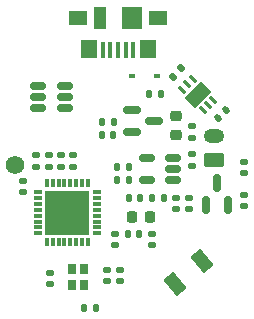
<source format=gts>
G04 #@! TF.GenerationSoftware,KiCad,Pcbnew,(6.0.1)*
G04 #@! TF.CreationDate,2023-01-15T15:55:40+01:00*
G04 #@! TF.ProjectId,ESP32-IoT-Board-ChipAnt,45535033-322d-4496-9f54-2d426f617264,rev?*
G04 #@! TF.SameCoordinates,Original*
G04 #@! TF.FileFunction,Soldermask,Top*
G04 #@! TF.FilePolarity,Negative*
%FSLAX46Y46*%
G04 Gerber Fmt 4.6, Leading zero omitted, Abs format (unit mm)*
G04 Created by KiCad (PCBNEW (6.0.1)) date 2023-01-15 15:55:40*
%MOMM*%
%LPD*%
G01*
G04 APERTURE LIST*
G04 Aperture macros list*
%AMRoundRect*
0 Rectangle with rounded corners*
0 $1 Rounding radius*
0 $2 $3 $4 $5 $6 $7 $8 $9 X,Y pos of 4 corners*
0 Add a 4 corners polygon primitive as box body*
4,1,4,$2,$3,$4,$5,$6,$7,$8,$9,$2,$3,0*
0 Add four circle primitives for the rounded corners*
1,1,$1+$1,$2,$3*
1,1,$1+$1,$4,$5*
1,1,$1+$1,$6,$7*
1,1,$1+$1,$8,$9*
0 Add four rect primitives between the rounded corners*
20,1,$1+$1,$2,$3,$4,$5,0*
20,1,$1+$1,$4,$5,$6,$7,0*
20,1,$1+$1,$6,$7,$8,$9,0*
20,1,$1+$1,$8,$9,$2,$3,0*%
%AMRotRect*
0 Rectangle, with rotation*
0 The origin of the aperture is its center*
0 $1 length*
0 $2 width*
0 $3 Rotation angle, in degrees counterclockwise*
0 Add horizontal line*
21,1,$1,$2,0,0,$3*%
G04 Aperture macros list end*
%ADD10RoundRect,0.135000X-0.135000X-0.185000X0.135000X-0.185000X0.135000X0.185000X-0.135000X0.185000X0*%
%ADD11RoundRect,0.135000X-0.185000X0.135000X-0.185000X-0.135000X0.185000X-0.135000X0.185000X0.135000X0*%
%ADD12RoundRect,0.140000X-0.170000X0.140000X-0.170000X-0.140000X0.170000X-0.140000X0.170000X0.140000X0*%
%ADD13RoundRect,0.140000X0.170000X-0.140000X0.170000X0.140000X-0.170000X0.140000X-0.170000X-0.140000X0*%
%ADD14RoundRect,0.150000X0.512500X0.150000X-0.512500X0.150000X-0.512500X-0.150000X0.512500X-0.150000X0*%
%ADD15RoundRect,0.140000X-0.140000X-0.170000X0.140000X-0.170000X0.140000X0.170000X-0.140000X0.170000X0*%
%ADD16RoundRect,0.218750X0.218750X0.256250X-0.218750X0.256250X-0.218750X-0.256250X0.218750X-0.256250X0*%
%ADD17RoundRect,0.135000X0.185000X-0.135000X0.185000X0.135000X-0.185000X0.135000X-0.185000X-0.135000X0*%
%ADD18RotRect,1.100000X1.800000X220.000000*%
%ADD19RoundRect,0.075000X0.265165X-0.159099X-0.159099X0.265165X-0.265165X0.159099X0.159099X-0.265165X0*%
%ADD20RotRect,1.300000X2.000000X135.000000*%
%ADD21RoundRect,0.218750X0.256250X-0.218750X0.256250X0.218750X-0.256250X0.218750X-0.256250X-0.218750X0*%
%ADD22R,0.800000X0.300000*%
%ADD23R,0.300000X0.800000*%
%ADD24R,3.750000X3.750000*%
%ADD25RoundRect,0.147500X0.147500X0.172500X-0.147500X0.172500X-0.147500X-0.172500X0.147500X-0.172500X0*%
%ADD26R,0.450000X1.380000*%
%ADD27R,1.650000X1.300000*%
%ADD28R,1.800000X1.900000*%
%ADD29R,1.425000X1.550000*%
%ADD30R,1.000000X1.900000*%
%ADD31RoundRect,0.135000X0.035355X-0.226274X0.226274X-0.035355X-0.035355X0.226274X-0.226274X0.035355X0*%
%ADD32R,0.600000X0.450000*%
%ADD33RoundRect,0.150000X0.150000X-0.587500X0.150000X0.587500X-0.150000X0.587500X-0.150000X-0.587500X0*%
%ADD34RoundRect,0.135000X0.135000X0.185000X-0.135000X0.185000X-0.135000X-0.185000X0.135000X-0.185000X0*%
%ADD35RoundRect,0.140000X0.140000X0.170000X-0.140000X0.170000X-0.140000X-0.170000X0.140000X-0.170000X0*%
%ADD36R,0.750000X0.850000*%
%ADD37RoundRect,0.150000X-0.587500X-0.150000X0.587500X-0.150000X0.587500X0.150000X-0.587500X0.150000X0*%
%ADD38RoundRect,0.140000X0.021213X-0.219203X0.219203X-0.021213X-0.021213X0.219203X-0.219203X0.021213X0*%
%ADD39C,1.560000*%
%ADD40RoundRect,0.250000X0.625000X-0.350000X0.625000X0.350000X-0.625000X0.350000X-0.625000X-0.350000X0*%
%ADD41O,1.750000X1.200000*%
G04 APERTURE END LIST*
D10*
X143865000Y-105800000D03*
X144885000Y-105800000D03*
D11*
X137030000Y-104775000D03*
X137030000Y-105795000D03*
D12*
X143075000Y-114470000D03*
X143075000Y-115430000D03*
D13*
X135955000Y-107930000D03*
X135955000Y-106970000D03*
X154675000Y-106280000D03*
X154675000Y-105320000D03*
D14*
X139500000Y-100800000D03*
X139500000Y-99850000D03*
X139500000Y-98900000D03*
X137225000Y-98900000D03*
X137225000Y-99850000D03*
X137225000Y-100800000D03*
D12*
X150275000Y-104720000D03*
X150275000Y-105680000D03*
D15*
X144895000Y-108400000D03*
X145855000Y-108400000D03*
D16*
X146712500Y-110050000D03*
X145137500Y-110050000D03*
D17*
X139155000Y-105800000D03*
X139155000Y-104780000D03*
X138105000Y-105800000D03*
X138105000Y-104780000D03*
D12*
X143725000Y-111420000D03*
X143725000Y-112380000D03*
D18*
X151073134Y-113771638D03*
X148775000Y-115700000D03*
D19*
X151149264Y-100993503D03*
X151608883Y-100533883D03*
X152068503Y-100074264D03*
X150300736Y-98306497D03*
X149841117Y-98766117D03*
X149381497Y-99225736D03*
D20*
X150725000Y-99650000D03*
D13*
X140205000Y-105770000D03*
X140205000Y-104810000D03*
D12*
X138225000Y-114770000D03*
X138225000Y-115730000D03*
X146845000Y-111420000D03*
X146845000Y-112380000D03*
D21*
X148925000Y-103037500D03*
X148925000Y-101462500D03*
D10*
X143865000Y-106900000D03*
X144885000Y-106900000D03*
D22*
X142205000Y-111400000D03*
X142205000Y-110900000D03*
X142205000Y-110400000D03*
X142205000Y-109900000D03*
X142205000Y-109400000D03*
X142205000Y-108900000D03*
X142205000Y-108400000D03*
X142205000Y-107900000D03*
D23*
X141455000Y-107150000D03*
X140955000Y-107150000D03*
X140455000Y-107150000D03*
X139955000Y-107150000D03*
X139455000Y-107150000D03*
X138955000Y-107150000D03*
X138455000Y-107150000D03*
X137955000Y-107150000D03*
D22*
X137205000Y-107900000D03*
X137205000Y-108400000D03*
X137205000Y-108900000D03*
X137205000Y-109400000D03*
X137205000Y-109900000D03*
X137205000Y-110400000D03*
X137205000Y-110900000D03*
X137205000Y-111400000D03*
D23*
X137955000Y-112150000D03*
X138455000Y-112150000D03*
X138955000Y-112150000D03*
X139455000Y-112150000D03*
X139955000Y-112150000D03*
X140455000Y-112150000D03*
X140955000Y-112150000D03*
X141455000Y-112150000D03*
D24*
X139705000Y-109650000D03*
D25*
X145780000Y-111450000D03*
X144810000Y-111450000D03*
D26*
X145300000Y-95860000D03*
X144650000Y-95860000D03*
X144000000Y-95860000D03*
X143350000Y-95860000D03*
X142700000Y-95860000D03*
D27*
X147375000Y-93200000D03*
D28*
X145150000Y-93200000D03*
D29*
X146487500Y-95775000D03*
D30*
X142450000Y-93200000D03*
D27*
X140625000Y-93200000D03*
D29*
X141512500Y-95775000D03*
D13*
X149975000Y-109330000D03*
X149975000Y-108370000D03*
D10*
X146852500Y-108400000D03*
X147872500Y-108400000D03*
D31*
X148639376Y-98135624D03*
X149360624Y-97414376D03*
D12*
X144175000Y-114470000D03*
X144175000Y-115430000D03*
D32*
X145175000Y-98100000D03*
X147275000Y-98100000D03*
D33*
X151425000Y-109037500D03*
X153325000Y-109037500D03*
X152375000Y-107162500D03*
D34*
X143635000Y-102000000D03*
X142615000Y-102000000D03*
D13*
X148875000Y-109330000D03*
X148875000Y-108370000D03*
D35*
X143605000Y-103100000D03*
X142645000Y-103100000D03*
D36*
X141150000Y-115775000D03*
X141150000Y-114425000D03*
X140100000Y-114425000D03*
X140100000Y-115775000D03*
D35*
X142105000Y-117700000D03*
X141145000Y-117700000D03*
D37*
X145187500Y-100950000D03*
X145187500Y-102850000D03*
X147062500Y-101900000D03*
D12*
X154675000Y-108120000D03*
X154675000Y-109080000D03*
D14*
X148685000Y-106925000D03*
X148685000Y-105975000D03*
X148685000Y-105025000D03*
X146410000Y-105025000D03*
X146410000Y-106925000D03*
D38*
X152446178Y-101628822D03*
X153125000Y-100950000D03*
D35*
X147605000Y-99600000D03*
X146645000Y-99600000D03*
D11*
X150225000Y-102290000D03*
X150225000Y-103310000D03*
D39*
X135290000Y-105600000D03*
D40*
X152075000Y-105200000D03*
D41*
X152075000Y-103200000D03*
M02*

</source>
